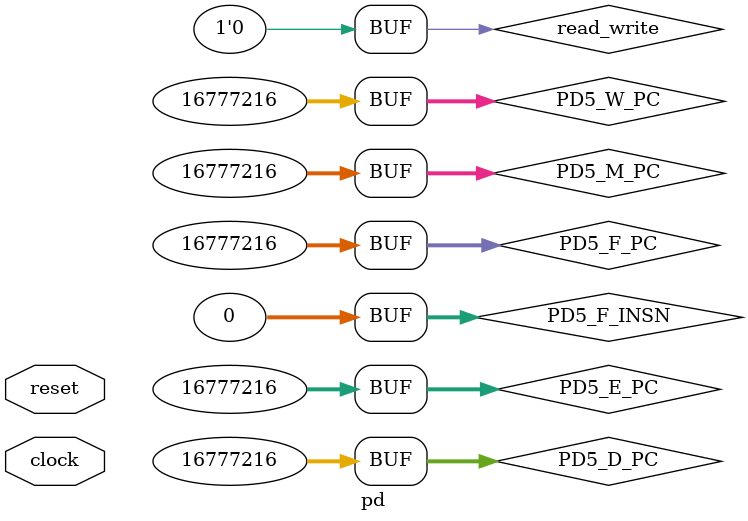
<source format=v>
module pd (
  input clock,
  input reset
);
  // // this came with pd.v dunno why they did it like this
  // reg [31:0] pc;
  // always @(posedge clock) begin
  //   if(reset) pc <= 0;
  //   else pc <= pc + 1;
  // end
   
  // fetch
  wire [31:0] data_in;
  wire read_write;
  assign read_write = 1'b0; //always read
  reg  [31:0] PD5_F_PC = 32'h01000000;
  reg  [31:0] PD5_F_INSN = 0;

  // decode
  reg [31:0] PD5_D_PC = 32'h01000000;
  wire [6:0] PD5_D_OPCODE = D_INSN_OPCODE;
  wire [4:0] PD5_D_RD = D_INSN_RD;
  wire [4:0] PD5_D_RS1 = D_INSN_RS1; 
  wire [4:0] PD5_D_RS2 = D_INSN_RS2; 
  wire [2:0] PD5_D_FUNCT3 = D_INSN_FUNCT3;
  wire [6:0] PD5_D_FUNCT7 = D_INSN_FUNCT7;
  wire [31:0] PD5_D_IMM = D_INSN_IMM;
  wire [4:0] PD5_D_SHAMT = D_INSN_SHAMT;

  // register file
  wire PD5_R_WRITE_ENABLE;
  wire [4:0] PD5_R_READ_RS1 = PD5_D_RS1;
  wire [4:0] PD5_R_READ_RS2 = PD5_D_RS2;
  wire [4:0] PD5_R_WRITE_DESTINATION = W_INSN_RD;
  reg [31:0] PD5_R_READ_RS1_DATA;
  reg [31:0] PD5_R_READ_RS2_DATA;

  // execute
  reg [31:0] PD5_E_PC = 32'h01000000;
  reg [31:0] PD5_E_ALU_RES;
  reg PD5_E_BR_TAKEN;

  // ALU
  wire [31:0] ALU_INPUT_A;
  wire [31:0] ALU_INPUT_B;
  wire [1:0] ALU_A_SEL;
  wire [1:0] ALU_B_SEL;
  wire [3:0] ALUSel;  

  // branch compare
  wire BrUn;
  wire BrEq;
  wire BrLT;

  // Memory
  reg [31:0] PD5_M_PC = 32'h01000000;
  wire [31:0] PD5_M_ADDRESS = M_ALU;
  wire PD5_M_RW;
  wire [1:0] PD5_M_SIZE_ENCODED;
  reg [31:0] PD5_M_DATA;
  wire DMEM_DATA_SEL;
  wire [31:0] M_wb_mux_data;

  // Writeback
  reg [31:0] PD5_W_PC = 32'h01000000;
  wire [1:0] PD5_W_ENABLE;
  wire [4:0] PD5_W_DESTINATION;
  wire [31:0] PD5_W_DATA = W_DATA;

  // Pipeline
  wire stall;

  // F/D registers
  reg [31:0] D_INSN = 0;
  reg [6:0] D_INSN_OPCODE;
  reg [4:0] D_INSN_RD;
  reg [4:0] D_INSN_RS1; 
  reg [4:0] D_INSN_RS2; 
  reg [2:0] D_INSN_FUNCT3;
  reg [6:0] D_INSN_FUNCT7;
  reg [31:0] D_INSN_IMM;
  reg [4:0] D_INSN_SHAMT;

  always @(posedge clock) begin
    if(reset) begin
      D_INSN <= 0;
    end
    else begin
      D_INSN <= PD5_F_INSN;
    end
  end

  // D/X registers
  reg [31:0] X_RS1;
  reg [31:0] X_RS2;
  reg [6:0] X_INSN_OPCODE;
  reg [4:0] X_INSN_RD;
  reg [4:0] X_INSN_RS1; 
  reg [4:0] X_INSN_RS2; 
  reg [2:0] X_INSN_FUNCT3;
  reg [6:0] X_INSN_FUNCT7;
  reg [31:0] X_INSN_IMM;
  reg [4:0] X_INSN_SHAMT;

  always @(posedge clock) begin
    if(reset) begin
      X_RS1 <= 0;
      X_RS2 <= 0;
      X_INSN_OPCODE <= 0;
      X_INSN_RD <= 0;
      X_INSN_RS1 <= 0; 
      X_INSN_RS2 <= 0; 
      X_INSN_FUNCT3 <= 0;
      X_INSN_FUNCT7 <= 0;
      X_INSN_IMM <= 0;
      X_INSN_SHAMT <= 0;
    end
    else begin
      X_RS1 <= PD5_R_READ_RS1_DATA;
      X_RS2 <= PD5_R_READ_RS2_DATA;
      X_INSN_OPCODE <= D_INSN_OPCODE;
      X_INSN_RD <= D_INSN_RD;
      X_INSN_RS1 <= D_INSN_RS1; 
      X_INSN_RS2 <= D_INSN_RS2; 
      X_INSN_FUNCT3 <= D_INSN_FUNCT3;
      X_INSN_FUNCT7 <= D_INSN_FUNCT7;
      X_INSN_IMM <= D_INSN_IMM;
      X_INSN_SHAMT <= D_INSN_SHAMT;
    end
  end

  // X/M registers
  reg [31:0] M_ALU;
  reg [31:0] M_RS2;
  reg [6:0] M_INSN_OPCODE;
  reg [4:0] M_INSN_RD;
  reg [4:0] M_INSN_RS1; 
  reg [4:0] M_INSN_RS2; 
  reg [2:0] M_INSN_FUNCT3;
  reg [6:0] M_INSN_FUNCT7;
  reg [31:0] M_INSN_IMM;
  reg [4:0] M_INSN_SHAMT;

  always @(posedge clock) begin
    if(reset) begin
      M_ALU <= 0;
      M_RS2 <= 0;
      M_INSN_OPCODE <= 0;
      M_INSN_RD <= 0;
      M_INSN_RS1 <= 0; 
      M_INSN_RS2 <= 0; 
      M_INSN_FUNCT3 <= 0;
      M_INSN_FUNCT7 <= 0;
      M_INSN_IMM <= 0;
      M_INSN_SHAMT <= 0;
    end
    else begin
      M_ALU <= PD5_E_ALU_RES;
      M_RS2 <= X_RS2;
      M_INSN_OPCODE <= X_INSN_OPCODE;
      M_INSN_RD <= X_INSN_RD;
      M_INSN_RS1 <= X_INSN_RS1; 
      M_INSN_RS2 <= X_INSN_RS2; 
      M_INSN_FUNCT3 <= X_INSN_FUNCT3;
      M_INSN_FUNCT7 <= X_INSN_FUNCT7;
      M_INSN_IMM <= X_INSN_IMM;
      M_INSN_SHAMT <= X_INSN_SHAMT;
    end
  end

  // M/W registers
  reg [6:0] W_INSN_OPCODE;
  reg [4:0] W_INSN_RD;
  reg [4:0] W_INSN_RS1; 
  reg [4:0] W_INSN_RS2; 
  reg [2:0] W_INSN_FUNCT3;
  reg [6:0] W_INSN_FUNCT7;
  reg [31:0] W_INSN_IMM;
  reg [4:0] W_INSN_SHAMT;
  reg [31:0] W_ALU;
  reg [31:0] W_DATA;

  always @(posedge clock) begin
    if(reset) begin
      W_INSN_OPCODE <= 0;
      W_INSN_RD <= 0;
      W_INSN_RS1 <= 0; 
      W_INSN_RS2 <= 0; 
      W_INSN_FUNCT3 <= 0;
      W_INSN_FUNCT7 <= 0;
      W_INSN_IMM <= 0;
      W_INSN_SHAMT <= 0;
      W_ALU <= 0;
      W_DATA <= 0;
    end
    else begin
      W_INSN_OPCODE <= M_INSN_OPCODE;
      W_INSN_RD <= M_INSN_RD;
      W_INSN_RS1 <= M_INSN_RS1; 
      W_INSN_RS2 <= M_INSN_RS2; 
      W_INSN_FUNCT3 <= M_INSN_FUNCT3;
      W_INSN_FUNCT7 <= M_INSN_FUNCT7;
      W_INSN_IMM <= M_INSN_IMM;
      W_INSN_SHAMT <= M_INSN_SHAMT;
      W_ALU <= M_ALU;
      W_DATA <= M_wb_mux_data;
    end
  end

  // Modules
  imemory imem_0 (
    .clock(clock),
    .address(PD5_F_PC),
    .data_in(data_in),
    .data_out(PD5_F_INSN),
    .read_write(read_write)
  );

  dmemory dmem_0 (
    .clock(clock),
    .address(M_ALU),
    .data_in(PD5_R_READ_RS2_DATA),
    .data_out(PD5_M_DATA),
    .read_write(PD5_M_RW),
    .access_size(PD5_M_SIZE_ENCODED)
  );

  decoder dec_0(
    .INSN(D_INSN),
    .OPCODE(D_INSN_OPCODE),
    .RD(D_INSN_RD),
    .RS1(D_INSN_RS1),
    .RS2(D_INSN_RS2),
    .FUNCT3(D_INSN_FUNCT3),
    .FUNCT7(D_INSN_FUNCT7),
    .IMM(D_INSN_IMM),
    .SHAMT(D_INSN_SHAMT)
  );
  
  register_file reg_0 (
    .clock(clock),
    .RegWEn(PD5_R_WRITE_ENABLE),
    .addr_rs1(PD5_R_READ_RS1),
    .addr_rs2(PD5_R_READ_RS2),
    .addr_rd(PD5_R_WRITE_DESTINATION),
    .data_rd(W_DATA),
    .data_rs1(PD5_R_READ_RS1_DATA),
    .data_rs2(PD5_R_READ_RS2_DATA)
  );

  branch_comp branch_comp_0 (
    .data_rs1(X_RS1),
    .data_rs2(X_RS2),
    .BrUn(BrUn),
    .BrEq(BrEq),
    .BrLT(BrLT)
  );

  // control_logic control_logic_0 (
  //   .BrEq(BrEq),
  //   .BrLT(BrLT),
  //   .OPCODE(PD5_D_OPCODE),
  //   .RD(PD5_D_RD),
  //   .RS1(PD5_D_RS1),
  //   .RS2(PD5_D_RS2),
  //   .FUNCT3(PD5_D_FUNCT3),
  //   .FUNCT7(PD5_D_FUNCT7),
  //   .IMM(PD5_D_IMM),
  //   .SHAMT(PD5_D_SHAMT),
  //   .PCSel(PD5_E_BR_TAKEN),
  //   .RegWEn(PD5_R_WRITE_ENABLE),
  //   .BrUn(BrUn),
  //   .ASel(ASel),
  //   .BSel(BSel),
  //   .ALUSel(ALUSel),
  //   .access_size(PD5_M_SIZE_ENCODED),
  //   .DMEM_RW(PD5_M_RW),
  //   .WBSel(PD5_W_ENABLE)
  // );

  pc pc_0 (
    .clock(clock),
    .reset(reset),
    .PCSel(PD5_E_BR_TAKEN),
    .alu_res(PD5_E_ALU_RES),
    .pc_out_F(PD5_F_PC),
    .pc_out_D(PD5_D_PC),
    .pc_out_E(PD5_E_PC),
    .pc_out_M(PD5_M_PC),
    .pc_out_W(PD5_W_PC)
  );

  alu alu_0 (
    .ALUSel(ALUSel),
    .input_a(ALU_INPUT_A),
    .input_b(ALU_INPUT_B),
    .alu_res(PD5_E_ALU_RES)
  );

  alu_a_mux alu_a_mux_0 (
    .ALU_A_SEL(ALU_A_SEL),
    .rs1(X_RS1),
    .pc(PD5_E_PC),
    .mem_res(M_ALU),
    .wb_res(W_ALU),
    .output_a(ALU_INPUT_A)
  );

  alu_b_mux alu_b_mux_0 (
    .ALU_B_SEL(ALU_B_SEL),
    .rs2(X_RS2),
    .imm(X_INSN_IMM),
    .mem_res(M_ALU),
    .wb_res(W_ALU),
    .output_b(ALU_INPUT_B)
  );

  wb_mux wb_mux_0 (
    .wb_sel(PD5_W_ENABLE),
    .pc(PD5_M_PC + 4),
    .alu_res(M_ALU),
    .dmem_data_out(PD5_M_DATA),
    .write_back_data_out(M_wb_mux_data)
  );

  // alu_mux_old alu_mux_old_0 (
  //   .ASel(ASel),
  //   .BSel(BSel),
  //   .pc(PD5_E_PC),
  //   .rs1(PD5_R_READ_RS1_DATA),
  //   .rs2(PD5_R_READ_RS2_DATA),
  //   .imm(PD5_D_IMM),
  //   .output_a(ALU_INPUT_A),
  //   .output_b(ALU_INPUT_B)
  // );

  // write_back write_back_0 (
  //   .clock(clock),
  //   .wb_sel(PD5_W_ENABLE),
  //   .pc(PD5_W_PC),
  //   .alu_res(M_ALU),
  //   .dmem_data_out(PD5_M_DATA),
  //   .write_back_data_out(PD5_W_DATA)
  // );


  forwarding_logic forwarding_logic_0 (
    .BrEq(BrEq),
    .BrLT(BrLT),
    .D_INSN_OPCODE(D_INSN_OPCODE),
    .D_INSN_RD(D_INSN_RD),
    .D_INSN_RS1(D_INSN_RS1),
    .D_INSN_RS2(D_INSN_RS2),
    .D_INSN_FUNCT3(D_INSN_FUNCT3),
    .D_INSN_FUNCT7(D_INSN_FUNCT7),
    .D_INSN_IMM(D_INSN_IMM),
    .D_INSN_SHAMT(D_INSN_SHAMT),
    .X_INSN_OPCODE(X_INSN_OPCODE),
    .X_INSN_RD(X_INSN_RD),
    .X_INSN_RS1(X_INSN_RS1),
    .X_INSN_RS2(X_INSN_RS2),
    .X_INSN_FUNCT3(X_INSN_FUNCT3),
    .X_INSN_FUNCT7(X_INSN_FUNCT7),
    .X_INSN_IMM(X_INSN_IMM),
    .X_INSN_SHAMT(X_INSN_SHAMT),
    .M_INSN_OPCODE(M_INSN_OPCODE),
    .M_INSN_RD(M_INSN_RD),
    .M_INSN_RS1(M_INSN_RS1),
    .M_INSN_RS2(M_INSN_RS2),
    .M_INSN_FUNCT3(M_INSN_FUNCT3),
    .M_INSN_FUNCT7(M_INSN_FUNCT7),
    .M_INSN_IMM(M_INSN_IMM),
    .M_INSN_SHAMT(M_INSN_SHAMT),
    .W_INSN_OPCODE(W_INSN_OPCODE),
    .W_INSN_RD(W_INSN_RD),
    .W_INSN_RS1(W_INSN_RS1),
    .W_INSN_RS2(W_INSN_RS2),
    .W_INSN_FUNCT3(W_INSN_FUNCT3),
    .W_INSN_FUNCT7(W_INSN_FUNCT7),
    .W_INSN_IMM(W_INSN_IMM),
    .W_INSN_SHAMT(W_INSN_SHAMT),

    .ALU_A_SEL(ALU_A_SEL),
    .ALU_B_SEL(ALU_B_SEL),
    .DMEM_DATA_SEL(DMEM_DATA_SEL),
    .PCSel(PD5_E_BR_TAKEN),
    .RegWEn(PD5_R_WRITE_ENABLE),
    .BrUn(BrUn),
    .ALUSel(ALUSel),
    .access_size(PD5_M_SIZE_ENCODED),
    .DMEM_RW(PD5_M_RW),
    .WBSel(PD5_W_ENABLE),
    // .WALU_B_SEL(),
    .stall(stall)
  );

endmodule

</source>
